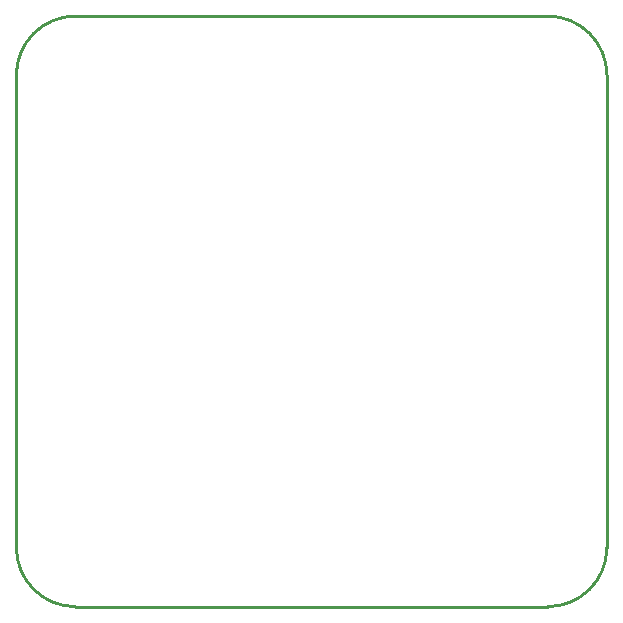
<source format=gbr>
%TF.GenerationSoftware,Altium Limited,Altium Designer,21.5.1 (32)*%
G04 Layer_Color=32896*
%FSLAX26Y26*%
%MOIN*%
%TF.SameCoordinates,F4C17F72-762F-4AAD-8002-26FCD860BA51*%
%TF.FilePolarity,Positive*%
%TF.FileFunction,Other,Mechanical_12*%
%TF.Part,Single*%
G01*
G75*
%TA.AperFunction,NonConductor*%
%ADD39C,0.010000*%
D39*
X826772Y610236D02*
G03*
X1023622Y413386I196850J0D01*
G01*
Y2381890D02*
G03*
X826772Y2185039I0J-196850D01*
G01*
X2598425Y413386D02*
G03*
X2795276Y610236I0J196850D01*
G01*
Y2185039D02*
G03*
X2598425Y2381890I-196850J0D01*
G01*
X1023622D02*
X2598425D01*
X826772Y610236D02*
Y2185039D01*
X2795276Y610236D02*
Y2185039D01*
X1023622Y413386D02*
X2598425D01*
%TF.MD5,2e94176061d2010b02e9d5130a0cff8f*%
M02*

</source>
